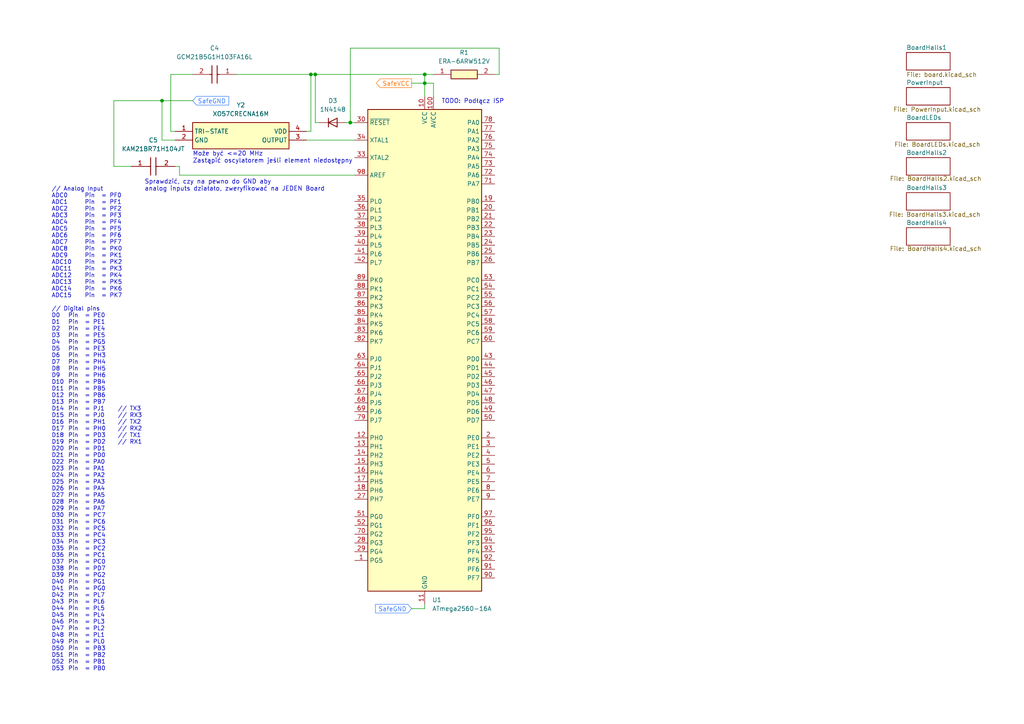
<source format=kicad_sch>
(kicad_sch (version 20250114) (generator "eeschema") (generator_version "9.0")
  (paper "A4")
  (title_block (title "ElectroChessboard") (company "Wojciech B") (comment 1 "Electronic chessboard") (comment 2 "Elektroniczna szachownica"))
  (lib_symbols
    (symbol "Diode:1N4148" (pin_numbers (hide yes)) (pin_names (hide yes))
      (property "Reference" "D" (at 0 2.54 0))
      (property "Value" "1N4148" (at 0 -2.54 0))
      (symbol "1N4148_0_1"
        (polyline (pts (xy -1.27 1.27) (xy -1.27 -1.27)) (stroke (width 0.254)))
        (polyline (pts (xy 1.27 1.27) (xy 1.27 -1.27) (xy -1.27 0) (xy 1.27 1.27)) (stroke (width 0.254)))
        (polyline (pts (xy 1.27 0) (xy -1.27 0)))
      )
      (symbol "1N4148_1_1"
        (pin passive line (at -3.81 0 0) (length 2.54) (name "K") (number "1"))
        (pin passive line (at 3.81 0 180) (length 2.54) (name "A") (number "2"))
      )
    )
    (symbol "MCU_Microchip_ATmega:ATmega2560-16A"
      (property "Reference" "U" (at 0 1.27 0))
      (property "Value" "ATmega2560-16A" (at 0 -1.27 0))
      (symbol "ATmega2560-16A_0_1"
        (rectangle (start -16.51 -69.85) (end 16.51 69.85) (stroke (width 0.254)) (fill (type background)))
      )
      (symbol "ATmega2560-16A_1_1"
        (pin input line (at -20.32 66.04 0) (length 3.81) (name "~{RESET}") (number "30"))
        (pin input line (at -20.32 60.96 0) (length 3.81) (name "XTAL1") (number "34"))
        (pin output line (at -20.32 55.88 0) (length 3.81) (name "XTAL2") (number "33"))
        (pin passive line (at -20.32 50.8 0) (length 3.81) (name "AREF") (number "98"))
        (pin bidirectional line (at -20.32 43.18 0) (length 3.81) (name "PL0") (number "35"))
        (pin bidirectional line (at -20.32 40.64 0) (length 3.81) (name "PL1") (number "36"))
        (pin bidirectional line (at -20.32 38.1 0) (length 3.81) (name "PL2") (number "37"))
        (pin bidirectional line (at -20.32 35.56 0) (length 3.81) (name "PL3") (number "38"))
        (pin bidirectional line (at -20.32 33.02 0) (length 3.81) (name "PL4") (number "39"))
        (pin bidirectional line (at -20.32 30.48 0) (length 3.81) (name "PL5") (number "40"))
        (pin bidirectional line (at -20.32 27.94 0) (length 3.81) (name "PL6") (number "41"))
        (pin bidirectional line (at -20.32 25.4 0) (length 3.81) (name "PL7") (number "42"))
        (pin bidirectional line (at -20.32 20.32 0) (length 3.81) (name "PK0") (number "89"))
        (pin bidirectional line (at -20.32 17.78 0) (length 3.81) (name "PK1") (number "88"))
        (pin bidirectional line (at -20.32 15.24 0) (length 3.81) (name "PK2") (number "87"))
        (pin bidirectional line (at -20.32 12.7 0) (length 3.81) (name "PK3") (number "86"))
        (pin bidirectional line (at -20.32 10.16 0) (length 3.81) (name "PK4") (number "85"))
        (pin bidirectional line (at -20.32 7.62 0) (length 3.81) (name "PK5") (number "84"))
        (pin bidirectional line (at -20.32 5.08 0) (length 3.81) (name "PK6") (number "83"))
        (pin bidirectional line (at -20.32 2.54 0) (length 3.81) (name "PK7") (number "82"))
        (pin bidirectional line (at -20.32 -2.54 0) (length 3.81) (name "PJ0") (number "63"))
        (pin bidirectional line (at -20.32 -5.08 0) (length 3.81) (name "PJ1") (number "64"))
        (pin bidirectional line (at -20.32 -7.62 0) (length 3.81) (name "PJ2") (number "65"))
        (pin bidirectional line (at -20.32 -10.16 0) (length 3.81) (name "PJ3") (number "66"))
        (pin bidirectional line (at -20.32 -12.7 0) (length 3.81) (name "PJ4") (number "67"))
        (pin bidirectional line (at -20.32 -15.24 0) (length 3.81) (name "PJ5") (number "68"))
        (pin bidirectional line (at -20.32 -17.78 0) (length 3.81) (name "PJ6") (number "69"))
        (pin bidirectional line (at -20.32 -20.32 0) (length 3.81) (name "PJ7") (number "79"))
        (pin bidirectional line (at -20.32 -25.4 0) (length 3.81) (name "PH0") (number "12"))
        (pin bidirectional line (at -20.32 -27.94 0) (length 3.81) (name "PH1") (number "13"))
        (pin bidirectional line (at -20.32 -30.48 0) (length 3.81) (name "PH2") (number "14"))
        (pin bidirectional line (at -20.32 -33.02 0) (length 3.81) (name "PH3") (number "15"))
        (pin bidirectional line (at -20.32 -35.56 0) (length 3.81) (name "PH4") (number "16"))
        (pin bidirectional line (at -20.32 -38.1 0) (length 3.81) (name "PH5") (number "17"))
        (pin bidirectional line (at -20.32 -40.64 0) (length 3.81) (name "PH6") (number "18"))
        (pin bidirectional line (at -20.32 -43.18 0) (length 3.81) (name "PH7") (number "27"))
        (pin bidirectional line (at -20.32 -48.26 0) (length 3.81) (name "PG0") (number "51"))
        (pin bidirectional line (at -20.32 -50.8 0) (length 3.81) (name "PG1") (number "52"))
        (pin bidirectional line (at -20.32 -53.34 0) (length 3.81) (name "PG2") (number "70"))
        (pin bidirectional line (at -20.32 -55.88 0) (length 3.81) (name "PG3") (number "28"))
        (pin bidirectional line (at -20.32 -58.42 0) (length 3.81) (name "PG4") (number "29"))
        (pin bidirectional line (at -20.32 -60.96 0) (length 3.81) (name "PG5") (number "1"))
        (pin power_in line (at 0 73.66 270) (length 3.81) (name "VCC") (number "10"))
        (pin passive line (at 0 73.66 270) (length 3.81) (hide yes) (name "VCC") (number "31"))
        (pin passive line (at 0 73.66 270) (length 3.81) (hide yes) (name "VCC") (number "61"))
        (pin passive line (at 0 73.66 270) (length 3.81) (hide yes) (name "VCC") (number "80"))
        (pin power_in line (at 0 -73.66 90) (length 3.81) (name "GND") (number "11"))
        (pin passive line (at 0 -73.66 90) (length 3.81) (hide yes) (name "GND") (number "32"))
        (pin passive line (at 0 -73.66 90) (length 3.81) (hide yes) (name "GND") (number "62"))
        (pin passive line (at 0 -73.66 90) (length 3.81) (hide yes) (name "GND") (number "81"))
        (pin passive line (at 0 -73.66 90) (length 3.81) (hide yes) (name "GND") (number "99"))
        (pin power_in line (at 2.54 73.66 270) (length 3.81) (name "AVCC") (number "100"))
        (pin bidirectional line (at 20.32 66.04 180) (length 3.81) (name "PA0") (number "78"))
        (pin bidirectional line (at 20.32 63.5 180) (length 3.81) (name "PA1") (number "77"))
        (pin bidirectional line (at 20.32 60.96 180) (length 3.81) (name "PA2") (number "76"))
        (pin bidirectional line (at 20.32 58.42 180) (length 3.81) (name "PA3") (number "75"))
        (pin bidirectional line (at 20.32 55.88 180) (length 3.81) (name "PA4") (number "74"))
        (pin bidirectional line (at 20.32 53.34 180) (length 3.81) (name "PA5") (number "73"))
        (pin bidirectional line (at 20.32 50.8 180) (length 3.81) (name "PA6") (number "72"))
        (pin bidirectional line (at 20.32 48.26 180) (length 3.81) (name "PA7") (number "71"))
        (pin bidirectional line (at 20.32 43.18 180) (length 3.81) (name "PB0") (number "19"))
        (pin bidirectional line (at 20.32 40.64 180) (length 3.81) (name "PB1") (number "20"))
        (pin bidirectional line (at 20.32 38.1 180) (length 3.81) (name "PB2") (number "21"))
        (pin bidirectional line (at 20.32 35.56 180) (length 3.81) (name "PB3") (number "22"))
        (pin bidirectional line (at 20.32 33.02 180) (length 3.81) (name "PB4") (number "23"))
        (pin bidirectional line (at 20.32 30.48 180) (length 3.81) (name "PB5") (number "24"))
        (pin bidirectional line (at 20.32 27.94 180) (length 3.81) (name "PB6") (number "25"))
        (pin bidirectional line (at 20.32 25.4 180) (length 3.81) (name "PB7") (number "26"))
        (pin bidirectional line (at 20.32 20.32 180) (length 3.81) (name "PC0") (number "53"))
        (pin bidirectional line (at 20.32 17.78 180) (length 3.81) (name "PC1") (number "54"))
        (pin bidirectional line (at 20.32 15.24 180) (length 3.81) (name "PC2") (number "55"))
        (pin bidirectional line (at 20.32 12.7 180) (length 3.81) (name "PC3") (number "56"))
        (pin bidirectional line (at 20.32 10.16 180) (length 3.81) (name "PC4") (number "57"))
        (pin bidirectional line (at 20.32 7.62 180) (length 3.81) (name "PC5") (number "58"))
        (pin bidirectional line (at 20.32 5.08 180) (length 3.81) (name "PC6") (number "59"))
        (pin bidirectional line (at 20.32 2.54 180) (length 3.81) (name "PC7") (number "60"))
        (pin bidirectional line (at 20.32 -2.54 180) (length 3.81) (name "PD0") (number "43"))
        (pin bidirectional line (at 20.32 -5.08 180) (length 3.81) (name "PD1") (number "44"))
        (pin bidirectional line (at 20.32 -7.62 180) (length 3.81) (name "PD2") (number "45"))
        (pin bidirectional line (at 20.32 -10.16 180) (length 3.81) (name "PD3") (number "46"))
        (pin bidirectional line (at 20.32 -12.7 180) (length 3.81) (name "PD4") (number "47"))
        (pin bidirectional line (at 20.32 -15.24 180) (length 3.81) (name "PD5") (number "48"))
        (pin bidirectional line (at 20.32 -17.78 180) (length 3.81) (name "PD6") (number "49"))
        (pin bidirectional line (at 20.32 -20.32 180) (length 3.81) (name "PD7") (number "50"))
        (pin bidirectional line (at 20.32 -25.4 180) (length 3.81) (name "PE0") (number "2"))
        (pin bidirectional line (at 20.32 -27.94 180) (length 3.81) (name "PE1") (number "3"))
        (pin bidirectional line (at 20.32 -30.48 180) (length 3.81) (name "PE2") (number "4"))
        (pin bidirectional line (at 20.32 -33.02 180) (length 3.81) (name "PE3") (number "5"))
        (pin bidirectional line (at 20.32 -35.56 180) (length 3.81) (name "PE4") (number "6"))
        (pin bidirectional line (at 20.32 -38.1 180) (length 3.81) (name "PE5") (number "7"))
        (pin bidirectional line (at 20.32 -40.64 180) (length 3.81) (name "PE6") (number "8"))
        (pin bidirectional line (at 20.32 -43.18 180) (length 3.81) (name "PE7") (number "9"))
        (pin bidirectional line (at 20.32 -48.26 180) (length 3.81) (name "PF0") (number "97"))
        (pin bidirectional line (at 20.32 -50.8 180) (length 3.81) (name "PF1") (number "96"))
        (pin bidirectional line (at 20.32 -53.34 180) (length 3.81) (name "PF2") (number "95"))
        (pin bidirectional line (at 20.32 -55.88 180) (length 3.81) (name "PF3") (number "94"))
        (pin bidirectional line (at 20.32 -58.42 180) (length 3.81) (name "PF4") (number "93"))
        (pin bidirectional line (at 20.32 -60.96 180) (length 3.81) (name "PF5") (number "92"))
        (pin bidirectional line (at 20.32 -63.5 180) (length 3.81) (name "PF6") (number "91"))
        (pin bidirectional line (at 20.32 -66.04 180) (length 3.81) (name "PF7") (number "90"))
      )
    )
    (symbol "SamacSys_Parts:ERA-6ARW512V" (pin_names (hide yes))
      (property "Reference" "R" (at 13.97 6.35 0))
      (property "Value" "ERA-6ARW512V" (at 13.97 3.81 0))
      (symbol "ERA-6ARW512V_1_1"
        (rectangle (start 5.08 1.27) (end 12.7 -1.27) (stroke (width 0.254)) (fill (type background)))
        (pin passive line (at 0 0 0) (length 5.08) (name "1") (number "1"))
        (pin passive line (at 17.78 0 180) (length 5.08) (name "2") (number "2"))
      )
    )
    (symbol "SamacSys_Parts:GCM21B5G1H103FA16L" (pin_names (hide yes))
      (property "Reference" "C" (at 8.89 6.35 0))
      (property "Value" "GCM21B5G1H103FA16L" (at 8.89 3.81 0))
      (symbol "GCM21B5G1H103FA16L_1_1"
        (polyline (pts (xy 5.08 0) (xy 5.588 0)) (stroke (width 0.254)))
        (polyline (pts (xy 5.588 2.54) (xy 5.588 -2.54)) (stroke (width 0.254)))
        (polyline (pts (xy 7.112 2.54) (xy 7.112 -2.54)) (stroke (width 0.254)))
        (polyline (pts (xy 7.112 0) (xy 7.62 0)) (stroke (width 0.254)))
        (pin passive line (at 0 0 0) (length 5.08) (name "1") (number "1"))
        (pin passive line (at 12.7 0 180) (length 5.08) (name "2") (number "2"))
      )
    )
    (symbol "SamacSys_Parts:KAM21BR71H104JT" (pin_names (hide yes))
      (property "Reference" "C" (at 8.89 6.35 0))
      (property "Value" "KAM21BR71H104JT" (at 8.89 3.81 0))
      (symbol "KAM21BR71H104JT_1_1"
        (polyline (pts (xy 5.08 0) (xy 5.588 0)) (stroke (width 0.254)))
        (polyline (pts (xy 5.588 2.54) (xy 5.588 -2.54)) (stroke (width 0.254)))
        (polyline (pts (xy 7.112 2.54) (xy 7.112 -2.54)) (stroke (width 0.254)))
        (polyline (pts (xy 7.112 0) (xy 7.62 0)) (stroke (width 0.254)))
        (pin passive line (at 0 0 0) (length 5.08) (name "1") (number "1"))
        (pin passive line (at 12.7 0 180) (length 5.08) (name "2") (number "2"))
      )
    )
    (symbol "SamacSys_Parts:XO57CRECNA16M"
      (property "Reference" "Y" (at 34.29 7.62 0))
      (property "Value" "XO57CRECNA16M" (at 34.29 5.08 0))
      (symbol "XO57CRECNA16M_1_1"
        (rectangle (start 5.08 2.54) (end 33.02 -5.08) (stroke (width 0.254)) (fill (type background)))
        (pin passive line (at 0 0 0) (length 5.08) (name "OUTPUT") (number "3"))
        (pin passive line (at 0 -2.54 0) (length 5.08) (name "VDD") (number "4"))
        (pin passive line (at 38.1 0 180) (length 5.08) (name "GND") (number "2"))
        (pin passive line (at 38.1 -2.54 180) (length 5.08) (name "TRI-STATE") (number "1"))
      )
    )
  )
  (text "Może być <=20 MHz\nZastąpić oscylatorem jeśli element niedostępny" (at 55.88 45.72 0) (effects (font (size 1.27 1.27)) (justify left)))
  (text "	// Analog Input\n	ADC0	Pin	= PF0\n	ADC1	Pin	= PF1\n	ADC2	Pin	= PF2\n	ADC3	Pin	= PF3\n	ADC4	Pin	= PF4\n	ADC5	Pin	= PF5\n	ADC6	Pin	= PF6\n	ADC7	Pin	= PF7\n	ADC8	Pin	= PK0\n	ADC9	Pin	= PK1\n	ADC10	Pin	= PK2\n	ADC11	Pin	= PK3\n	ADC12	Pin	= PK4\n	ADC13	Pin	= PK5\n	ADC14	Pin	= PK6\n	ADC15	Pin	= PK7\n\n	// Digital pins\n	D0	Pin	= PE0\n	D1	Pin	= PE1\n	D2	Pin	= PE4\n	D3	Pin	= PE5\n	D4	Pin	= PG5\n	D5	Pin	= PE3\n	D6	Pin	= PH3\n	D7	Pin	= PH4\n	D8	Pin	= PH5\n	D9	Pin	= PH6\n	D10	Pin	= PB4\n	D11	Pin	= PB5\n	D12	Pin	= PB6\n	D13	Pin	= PB7\n	D14	Pin	= PJ1	// TX3\n	D15	Pin	= PJ0	// RX3\n	D16	Pin	= PH1	// TX2\n	D17	Pin	= PH0	// RX2\n	D18	Pin	= PD3	// TX1\n	D19	Pin	= PD2	// RX1\n	D20	Pin	= PD1\n	D21	Pin	= PD0\n	D22	Pin	= PA0\n	D23	Pin	= PA1\n	D24	Pin	= PA2\n	D25	Pin	= PA3\n	D26	Pin	= PA4\n	D27	Pin	= PA5\n	D28	Pin	= PA6\n	D29	Pin	= PA7\n	D30	Pin	= PC7\n	D31	Pin	= PC6\n	D32	Pin	= PC5\n	D33	Pin	= PC4\n	D34	Pin	= PC3\n	D35	Pin	= PC2\n	D36	Pin	= PC1\n	D37	Pin	= PC0\n	D38	Pin	= PD7\n	D39	Pin	= PG2\n	D40	Pin	= PG1\n	D41	Pin	= PG0\n	D42	Pin	= PL7\n	D43	Pin	= PL6\n	D44	Pin	= PL5\n	D45	Pin	= PL4\n	D46	Pin	= PL3\n	D47	Pin	= PL2\n	D48	Pin	= PL1\n	D49	Pin	= PL0\n	D50	Pin	= PB3\n	D51	Pin	= PB2\n	D52	Pin	= PB1\n	D53	Pin	= PB0" (at 10.414 124.46 0) (effects (font (size 1.2 1.2)) (justify left)))
  (text "Sprawdzić, czy na pewno do GND aby \nanalog inputs działało, zweryfikować na JEDEN Board" (at 41.91 53.848 0) (effects (font (size 1.27 1.27)) (justify left)))
  (text "TODO: Podłącz ISP" (at 128.016 29.464 0) (effects (font (size 1.27 1.27)) (justify left)))
  (junction (at 123.19 24.13))
  (junction (at 90.17 21.59))
  (junction (at 101.6 35.56))
  (junction (at 123.19 21.59))
  (junction (at 46.99 29.21))
  (junction (at 91.44 21.59))
  (wire (pts (xy 90.17 38.1) (xy 90.17 21.59)))
  (wire (pts (xy 52.07 50.8) (xy 102.87 50.8)))
  (wire (pts (xy 119.38 24.13) (xy 123.19 24.13)))
  (wire (pts (xy 92.71 35.56) (xy 91.44 35.56)))
  (wire (pts (xy 123.19 24.13) (xy 123.19 27.94)))
  (wire (pts (xy 91.44 21.59) (xy 123.19 21.59)))
  (wire (pts (xy 125.73 24.13) (xy 125.73 27.94)))
  (wire (pts (xy 144.78 13.97) (xy 101.6 13.97)))
  (wire (pts (xy 49.53 38.1) (xy 50.8 38.1)))
  (wire (pts (xy 52.07 48.26) (xy 52.07 50.8)))
  (wire (pts (xy 33.02 29.21) (xy 46.99 29.21)))
  (wire (pts (xy 55.88 21.59) (xy 49.53 21.59)))
  (wire (pts (xy 143.51 21.59) (xy 144.78 21.59)))
  (wire (pts (xy 33.02 48.26) (xy 33.02 29.21)))
  (wire (pts (xy 101.6 13.97) (xy 101.6 35.56)))
  (wire (pts (xy 119.38 176.53) (xy 123.19 176.53)))
  (wire (pts (xy 123.19 24.13) (xy 125.73 24.13)))
  (wire (pts (xy 46.99 29.21) (xy 55.88 29.21)))
  (wire (pts (xy 49.53 21.59) (xy 49.53 38.1)))
  (wire (pts (xy 144.78 21.59) (xy 144.78 13.97)))
  (wire (pts (xy 123.19 24.13) (xy 123.19 21.59)))
  (wire (pts (xy 50.8 40.64) (xy 46.99 40.64)))
  (wire (pts (xy 88.9 40.64) (xy 102.87 40.64)))
  (wire (pts (xy 90.17 21.59) (xy 91.44 21.59)))
  (wire (pts (xy 88.9 38.1) (xy 90.17 38.1)))
  (wire (pts (xy 101.6 35.56) (xy 102.87 35.56)))
  (wire (pts (xy 38.1 48.26) (xy 33.02 48.26)))
  (wire (pts (xy 50.8 48.26) (xy 52.07 48.26)))
  (wire (pts (xy 91.44 21.59) (xy 91.44 35.56)))
  (wire (pts (xy 68.58 21.59) (xy 90.17 21.59)))
  (wire (pts (xy 123.19 21.59) (xy 125.73 21.59)))
  (wire (pts (xy 100.33 35.56) (xy 101.6 35.56)))
  (wire (pts (xy 123.19 175.26) (xy 123.19 176.53)))
  (wire (pts (xy 46.99 40.64) (xy 46.99 29.21)))
  (global_label "SafeGND" (shape input) (at 119.38 176.53 180) (property "Intersheetrefs" "${INTERSHEET_REFS}" (effects (hide yes))))
  (global_label "SafeVCC" (shape output) (at 119.38 24.13 180) (property "Intersheetrefs" "${INTERSHEET_REFS}" (effects (hide yes))))
  (global_label "SafeGND" (shape input) (at 55.88 29.21 0) (property "Intersheetrefs" "${INTERSHEET_REFS}" (effects (hide yes))))
  (symbol (lib_id "MCU_Microchip_ATmega:ATmega2560-16A") (at 123.19 101.6 0) (unit 1)
    (property "Reference" "U1" (at 125.3333 173.99 0) (effects (justify left)))
    (property "Value" "ATmega2560-16A" (at 125.3333 176.53 0) (effects (justify left)))
    (property "Footprint" "Package_QFP:TQFP-100_14x14mm_P0.5mm" (effects (hide yes)))
    (property "Datasheet" "http://ww1.microchip.com/downloads/en/DeviceDoc/Atmel-2549-8-bit-AVR-Microcontroller-ATmega640-1280-1281-2560-2561_datasheet.pdf" (effects (hide yes)))
    (property "Description" "16MHz, 256kB Flash, 8kB SRAM, 4kB EEPROM, JTAG, TQFP-100" (effects (hide yes)))
  )
  (symbol (lib_id "SamacSys_Parts:KAM21BR71H104JT") (at 38.1 48.26 0) (unit 1)
    (property "Reference" "C5" (at 44.45 40.64 0))
    (property "Value" "KAM21BR71H104JT" (at 44.45 43.18 0))
    (property "Footprint" "CAPC2012X94N" (effects (hide yes)))
    (property "Datasheet" "https://spicat.kyocera-avx.com/product/mlcc/chartview/KAM21BR71H104JT/DataSheet/X7R" (effects (hide yes)))
    (property "Description" "Multilayer Ceramic Capacitors MLCC - SMD/SMT 50V .1uF X7R 0805 5% AEC-Q200" (effects (hide yes)))
    (property "Height" "0.94" (effects (hide yes)))
    (property "Mouser Part Number" "581-KAM21BR71H104JT" (effects (hide yes)))
    (property "Mouser Price/Stock" "https://www.mouser.co.uk/ProductDetail/KYOCERA-AVX/KAM21BR71H104JT?qs=Jm2GQyTW%2Fbic6Zk4McEt6w%3D%3D" (effects (hide yes)))
    (property "Manufacturer_Name" "Kyocera AVX" (effects (hide yes)))
    (property "Manufacturer_Part_Number" "KAM21BR71H104JT" (effects (hide yes)))
  )
  (symbol (lib_id "SamacSys_Parts:XO57CRECNA16M") (at 88.9 40.64 180) (unit 1)
    (property "Reference" "Y2" (at 69.85 30.48 0))
    (property "Value" "XO57CRECNA16M" (at 69.85 33.02 0))
    (property "Footprint" "XO57CRECNA16M" (effects (hide yes)))
    (property "Description" "Standard Clock Oscillators 16MHz" (effects (hide yes)))
    (property "Height" "1.9" (effects (hide yes)))
    (property "Mouser Part Number" "73-XOSM57BRE16MHZ" (effects (hide yes)))
    (property "Mouser Price/Stock" "https://www.mouser.co.uk/ProductDetail/Vishay-Dale/XO57CRECNA16M?qs=VsPLLCyI2ZLtoU%252BQ7ye5Yg%3D%3D" (effects (hide yes)))
    (property "Manufacturer_Name" "Vishay" (effects (hide yes)))
    (property "Manufacturer_Part_Number" "XO57CRECNA16M" (effects (hide yes)))
  )
  (symbol (lib_id "Diode:1N4148") (at 96.52 35.56 0) (unit 1)
    (property "Reference" "D3" (at 96.52 29.21 0))
    (property "Value" "1N4148" (at 96.52 31.75 0))
    (property "Footprint" "Diode_THT:D_DO-35_SOD27_P7.62mm_Horizontal" (effects (hide yes)))
    (property "Datasheet" "https://assets.nexperia.com/documents/data-sheet/1N4148_1N4448.pdf" (effects (hide yes)))
    (property "Description" "100V 0.15A standard switching diode, DO-35" (effects (hide yes)))
    (property "Sim.Device" "D" (effects (hide yes)))
    (property "Sim.Pins" "1=K 2=A" (effects (hide yes)))
  )
  (symbol (lib_id "SamacSys_Parts:GCM21B5G1H103FA16L") (at 68.58 21.59 180) (unit 1)
    (property "Reference" "C4" (at 62.23 13.97 0))
    (property "Value" "GCM21B5G1H103FA16L" (at 62.23 16.51 0))
    (property "Footprint" "GCM21" (effects (hide yes)))
    (property "Datasheet" "https://search.murata.co.jp/Ceramy/image/img/A01X/G101/ENG/GCM21B5G1H103FA16-01A.pdf" (effects (hide yes)))
    (property "Description" "Chip Multilayer Ceramic Capacitors for Automotive (Powertrain/Safety), 1.6 x 0.8 (0603)" (effects (hide yes)))
    (property "Height" "1.4" (effects (hide yes)))
    (property "Manufacturer_Name" "Murata Electronics" (effects (hide yes)))
    (property "Manufacturer_Part_Number" "GCM21B5G1H103FA16L" (effects (hide yes)))
  )
  (symbol (lib_id "SamacSys_Parts:ERA-6ARW512V") (at 125.73 21.59 0) (unit 1)
    (property "Reference" "R1" (at 134.62 15.24 0))
    (property "Value" "ERA-6ARW512V" (at 134.62 17.78 0))
    (property "Footprint" "ERA6AEB101V" (effects (hide yes)))
    (property "Datasheet" "https://componentsearchengine.com/Datasheets/1/ERA-6ARW512V.pdf" (effects (hide yes)))
    (property "Description" "Thin Film Resistors - SMD 0805 5.1Kohm 0.05% 10ppm AEC-Q200" (effects (hide yes)))
    (property "Height" "0.6" (effects (hide yes)))
    (property "Mouser Part Number" "667-ERA-6ARW512V" (effects (hide yes)))
    (property "Mouser Price/Stock" "http://www.mouser.com/Search/ProductDetail.aspx?qs=ob%252bdNz2%252bYEhbVVWKak058A%3d%3d" (effects (hide yes)))
    (property "Manufacturer_Name" "Panasonic" (effects (hide yes)))
    (property "Manufacturer_Part_Number" "ERA-6ARW512V" (effects (hide yes)))
  )
  (sheet (at 262.89 35.56) (size 12.7 5.08) (stroke (width 0.1524))
    (property "Sheetname" "BoardLEDs" (at 262.89 34.8484 0) (effects (justify left bottom)))
    (property "Sheetfile" "BoardLEDs.kicad_sch" (at 259.334 41.148 0) (effects (justify left top)))
  )
  (sheet (at 262.89 45.72) (size 12.7 5.08) (stroke (width 0.1524))
    (property "Sheetname" "BoardHalls2" (at 262.89 45.0084 0) (effects (justify left bottom)))
    (property "Sheetfile" "BoardHalls2.kicad_sch" (at 258.064 51.054 0) (effects (justify left top)))
  )
  (sheet (at 262.89 25.4) (size 12.7 5.08) (stroke (width 0.1524))
    (property "Sheetname" "PowerInput" (at 262.89 24.6884 0) (effects (justify left bottom)))
    (property "Sheetfile" "PowerInput.kicad_sch" (at 259.08 30.988 0) (effects (justify left top)))
  )
  (sheet (at 262.89 15.24) (size 12.7 5.08) (stroke (width 0.1524))
    (property "Sheetname" "BoardHalls1" (at 262.89 14.5284 0) (effects (justify left bottom)))
    (property "Sheetfile" "board.kicad_sch" (at 262.89 20.9046 0) (effects (justify left top)))
  )
  (sheet (at 262.89 55.88) (size 12.7 5.08) (stroke (width 0.1524))
    (property "Sheetname" "BoardHalls3" (at 262.89 55.1684 0) (effects (justify left bottom)))
    (property "Sheetfile" "BoardHalls3.kicad_sch" (at 257.81 61.468 0) (effects (justify left top)))
  )
  (sheet (at 262.89 66.04) (size 12.7 5.08) (stroke (width 0.1524))
    (property "Sheetname" "BoardHalls4" (at 262.89 65.3284 0) (effects (justify left bottom)))
    (property "Sheetfile" "BoardHalls4.kicad_sch" (at 258.064 71.374 0) (effects (justify left top)))
  )
)
</source>
